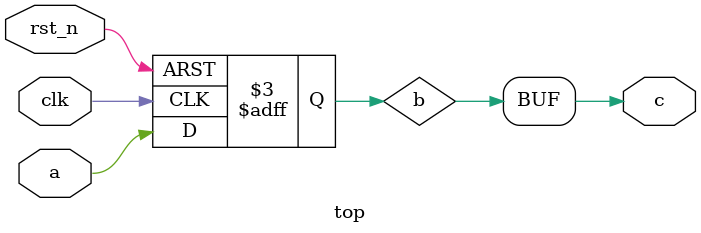
<source format=v>
module top (
    input clk,
    input rst_n,
    input a,
    output c
);
    reg b;
    assign c = b;
    always @(posedge clk or negedge rst_n) begin
        if (!rst_n) begin
            b <= 0;
        end
        else begin
            b <= a;
        end
    end
endmodule

</source>
